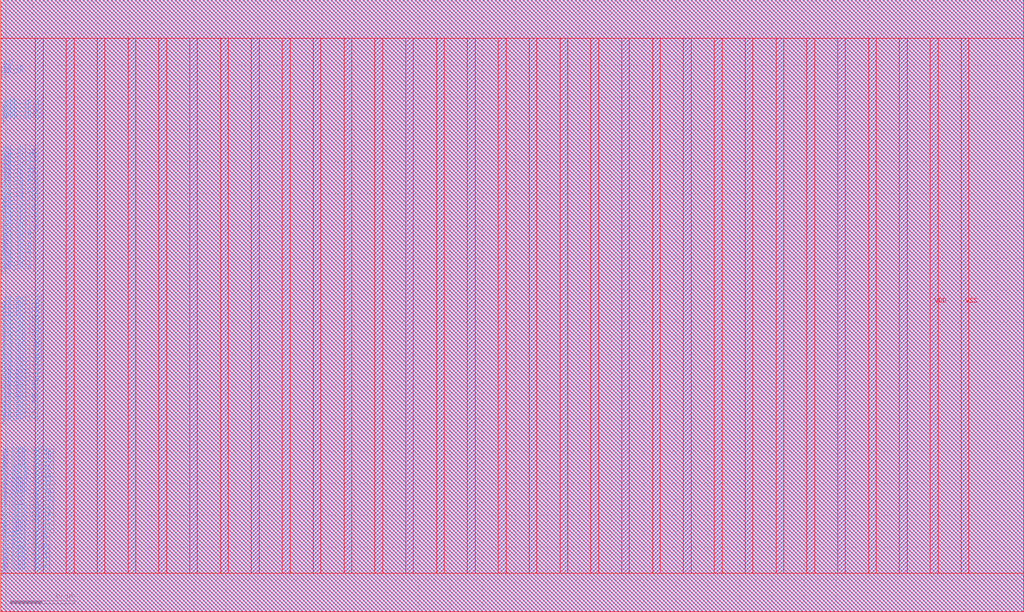
<source format=lef>
VERSION 5.7 ;
BUSBITCHARS "[]" ;
MACRO fakeram130_32x32
  FOREIGN fakeram130_32x32 0 0 ;
  SYMMETRY X Y R90 ;
  SIZE 159.160 BY 95.200 ;
  CLASS BLOCK ;
  PIN w_mask_in[0]
    DIRECTION INPUT ;
    USE SIGNAL ;
    SHAPE ABUTMENT ;
    PORT
      LAYER met3 ;
      RECT 0.000 5.850 0.800 6.150 ;
    END
  END w_mask_in[0]
  PIN w_mask_in[1]
    DIRECTION INPUT ;
    USE SIGNAL ;
    SHAPE ABUTMENT ;
    PORT
      LAYER met3 ;
      RECT 0.000 6.450 0.800 6.750 ;
    END
  END w_mask_in[1]
  PIN w_mask_in[2]
    DIRECTION INPUT ;
    USE SIGNAL ;
    SHAPE ABUTMENT ;
    PORT
      LAYER met3 ;
      RECT 0.000 7.050 0.800 7.350 ;
    END
  END w_mask_in[2]
  PIN w_mask_in[3]
    DIRECTION INPUT ;
    USE SIGNAL ;
    SHAPE ABUTMENT ;
    PORT
      LAYER met3 ;
      RECT 0.000 7.650 0.800 7.950 ;
    END
  END w_mask_in[3]
  PIN w_mask_in[4]
    DIRECTION INPUT ;
    USE SIGNAL ;
    SHAPE ABUTMENT ;
    PORT
      LAYER met3 ;
      RECT 0.000 8.250 0.800 8.550 ;
    END
  END w_mask_in[4]
  PIN w_mask_in[5]
    DIRECTION INPUT ;
    USE SIGNAL ;
    SHAPE ABUTMENT ;
    PORT
      LAYER met3 ;
      RECT 0.000 8.850 0.800 9.150 ;
    END
  END w_mask_in[5]
  PIN w_mask_in[6]
    DIRECTION INPUT ;
    USE SIGNAL ;
    SHAPE ABUTMENT ;
    PORT
      LAYER met3 ;
      RECT 0.000 9.450 0.800 9.750 ;
    END
  END w_mask_in[6]
  PIN w_mask_in[7]
    DIRECTION INPUT ;
    USE SIGNAL ;
    SHAPE ABUTMENT ;
    PORT
      LAYER met3 ;
      RECT 0.000 10.050 0.800 10.350 ;
    END
  END w_mask_in[7]
  PIN w_mask_in[8]
    DIRECTION INPUT ;
    USE SIGNAL ;
    SHAPE ABUTMENT ;
    PORT
      LAYER met3 ;
      RECT 0.000 10.650 0.800 10.950 ;
    END
  END w_mask_in[8]
  PIN w_mask_in[9]
    DIRECTION INPUT ;
    USE SIGNAL ;
    SHAPE ABUTMENT ;
    PORT
      LAYER met3 ;
      RECT 0.000 11.250 0.800 11.550 ;
    END
  END w_mask_in[9]
  PIN w_mask_in[10]
    DIRECTION INPUT ;
    USE SIGNAL ;
    SHAPE ABUTMENT ;
    PORT
      LAYER met3 ;
      RECT 0.000 11.850 0.800 12.150 ;
    END
  END w_mask_in[10]
  PIN w_mask_in[11]
    DIRECTION INPUT ;
    USE SIGNAL ;
    SHAPE ABUTMENT ;
    PORT
      LAYER met3 ;
      RECT 0.000 12.450 0.800 12.750 ;
    END
  END w_mask_in[11]
  PIN w_mask_in[12]
    DIRECTION INPUT ;
    USE SIGNAL ;
    SHAPE ABUTMENT ;
    PORT
      LAYER met3 ;
      RECT 0.000 13.050 0.800 13.350 ;
    END
  END w_mask_in[12]
  PIN w_mask_in[13]
    DIRECTION INPUT ;
    USE SIGNAL ;
    SHAPE ABUTMENT ;
    PORT
      LAYER met3 ;
      RECT 0.000 13.650 0.800 13.950 ;
    END
  END w_mask_in[13]
  PIN w_mask_in[14]
    DIRECTION INPUT ;
    USE SIGNAL ;
    SHAPE ABUTMENT ;
    PORT
      LAYER met3 ;
      RECT 0.000 14.250 0.800 14.550 ;
    END
  END w_mask_in[14]
  PIN w_mask_in[15]
    DIRECTION INPUT ;
    USE SIGNAL ;
    SHAPE ABUTMENT ;
    PORT
      LAYER met3 ;
      RECT 0.000 14.850 0.800 15.150 ;
    END
  END w_mask_in[15]
  PIN w_mask_in[16]
    DIRECTION INPUT ;
    USE SIGNAL ;
    SHAPE ABUTMENT ;
    PORT
      LAYER met3 ;
      RECT 0.000 15.450 0.800 15.750 ;
    END
  END w_mask_in[16]
  PIN w_mask_in[17]
    DIRECTION INPUT ;
    USE SIGNAL ;
    SHAPE ABUTMENT ;
    PORT
      LAYER met3 ;
      RECT 0.000 16.050 0.800 16.350 ;
    END
  END w_mask_in[17]
  PIN w_mask_in[18]
    DIRECTION INPUT ;
    USE SIGNAL ;
    SHAPE ABUTMENT ;
    PORT
      LAYER met3 ;
      RECT 0.000 16.650 0.800 16.950 ;
    END
  END w_mask_in[18]
  PIN w_mask_in[19]
    DIRECTION INPUT ;
    USE SIGNAL ;
    SHAPE ABUTMENT ;
    PORT
      LAYER met3 ;
      RECT 0.000 17.250 0.800 17.550 ;
    END
  END w_mask_in[19]
  PIN w_mask_in[20]
    DIRECTION INPUT ;
    USE SIGNAL ;
    SHAPE ABUTMENT ;
    PORT
      LAYER met3 ;
      RECT 0.000 17.850 0.800 18.150 ;
    END
  END w_mask_in[20]
  PIN w_mask_in[21]
    DIRECTION INPUT ;
    USE SIGNAL ;
    SHAPE ABUTMENT ;
    PORT
      LAYER met3 ;
      RECT 0.000 18.450 0.800 18.750 ;
    END
  END w_mask_in[21]
  PIN w_mask_in[22]
    DIRECTION INPUT ;
    USE SIGNAL ;
    SHAPE ABUTMENT ;
    PORT
      LAYER met3 ;
      RECT 0.000 19.050 0.800 19.350 ;
    END
  END w_mask_in[22]
  PIN w_mask_in[23]
    DIRECTION INPUT ;
    USE SIGNAL ;
    SHAPE ABUTMENT ;
    PORT
      LAYER met3 ;
      RECT 0.000 19.650 0.800 19.950 ;
    END
  END w_mask_in[23]
  PIN w_mask_in[24]
    DIRECTION INPUT ;
    USE SIGNAL ;
    SHAPE ABUTMENT ;
    PORT
      LAYER met3 ;
      RECT 0.000 20.250 0.800 20.550 ;
    END
  END w_mask_in[24]
  PIN w_mask_in[25]
    DIRECTION INPUT ;
    USE SIGNAL ;
    SHAPE ABUTMENT ;
    PORT
      LAYER met3 ;
      RECT 0.000 20.850 0.800 21.150 ;
    END
  END w_mask_in[25]
  PIN w_mask_in[26]
    DIRECTION INPUT ;
    USE SIGNAL ;
    SHAPE ABUTMENT ;
    PORT
      LAYER met3 ;
      RECT 0.000 21.450 0.800 21.750 ;
    END
  END w_mask_in[26]
  PIN w_mask_in[27]
    DIRECTION INPUT ;
    USE SIGNAL ;
    SHAPE ABUTMENT ;
    PORT
      LAYER met3 ;
      RECT 0.000 22.050 0.800 22.350 ;
    END
  END w_mask_in[27]
  PIN w_mask_in[28]
    DIRECTION INPUT ;
    USE SIGNAL ;
    SHAPE ABUTMENT ;
    PORT
      LAYER met3 ;
      RECT 0.000 22.650 0.800 22.950 ;
    END
  END w_mask_in[28]
  PIN w_mask_in[29]
    DIRECTION INPUT ;
    USE SIGNAL ;
    SHAPE ABUTMENT ;
    PORT
      LAYER met3 ;
      RECT 0.000 23.250 0.800 23.550 ;
    END
  END w_mask_in[29]
  PIN w_mask_in[30]
    DIRECTION INPUT ;
    USE SIGNAL ;
    SHAPE ABUTMENT ;
    PORT
      LAYER met3 ;
      RECT 0.000 23.850 0.800 24.150 ;
    END
  END w_mask_in[30]
  PIN w_mask_in[31]
    DIRECTION INPUT ;
    USE SIGNAL ;
    SHAPE ABUTMENT ;
    PORT
      LAYER met3 ;
      RECT 0.000 24.450 0.800 24.750 ;
    END
  END w_mask_in[31]
  PIN rd_out[0]
    DIRECTION OUTPUT ;
    USE SIGNAL ;
    SHAPE ABUTMENT ;
    PORT
      LAYER met3 ;
      RECT 0.000 29.250 0.800 29.550 ;
    END
  END rd_out[0]
  PIN rd_out[1]
    DIRECTION OUTPUT ;
    USE SIGNAL ;
    SHAPE ABUTMENT ;
    PORT
      LAYER met3 ;
      RECT 0.000 29.850 0.800 30.150 ;
    END
  END rd_out[1]
  PIN rd_out[2]
    DIRECTION OUTPUT ;
    USE SIGNAL ;
    SHAPE ABUTMENT ;
    PORT
      LAYER met3 ;
      RECT 0.000 30.450 0.800 30.750 ;
    END
  END rd_out[2]
  PIN rd_out[3]
    DIRECTION OUTPUT ;
    USE SIGNAL ;
    SHAPE ABUTMENT ;
    PORT
      LAYER met3 ;
      RECT 0.000 31.050 0.800 31.350 ;
    END
  END rd_out[3]
  PIN rd_out[4]
    DIRECTION OUTPUT ;
    USE SIGNAL ;
    SHAPE ABUTMENT ;
    PORT
      LAYER met3 ;
      RECT 0.000 31.650 0.800 31.950 ;
    END
  END rd_out[4]
  PIN rd_out[5]
    DIRECTION OUTPUT ;
    USE SIGNAL ;
    SHAPE ABUTMENT ;
    PORT
      LAYER met3 ;
      RECT 0.000 32.250 0.800 32.550 ;
    END
  END rd_out[5]
  PIN rd_out[6]
    DIRECTION OUTPUT ;
    USE SIGNAL ;
    SHAPE ABUTMENT ;
    PORT
      LAYER met3 ;
      RECT 0.000 32.850 0.800 33.150 ;
    END
  END rd_out[6]
  PIN rd_out[7]
    DIRECTION OUTPUT ;
    USE SIGNAL ;
    SHAPE ABUTMENT ;
    PORT
      LAYER met3 ;
      RECT 0.000 33.450 0.800 33.750 ;
    END
  END rd_out[7]
  PIN rd_out[8]
    DIRECTION OUTPUT ;
    USE SIGNAL ;
    SHAPE ABUTMENT ;
    PORT
      LAYER met3 ;
      RECT 0.000 34.050 0.800 34.350 ;
    END
  END rd_out[8]
  PIN rd_out[9]
    DIRECTION OUTPUT ;
    USE SIGNAL ;
    SHAPE ABUTMENT ;
    PORT
      LAYER met3 ;
      RECT 0.000 34.650 0.800 34.950 ;
    END
  END rd_out[9]
  PIN rd_out[10]
    DIRECTION OUTPUT ;
    USE SIGNAL ;
    SHAPE ABUTMENT ;
    PORT
      LAYER met3 ;
      RECT 0.000 35.250 0.800 35.550 ;
    END
  END rd_out[10]
  PIN rd_out[11]
    DIRECTION OUTPUT ;
    USE SIGNAL ;
    SHAPE ABUTMENT ;
    PORT
      LAYER met3 ;
      RECT 0.000 35.850 0.800 36.150 ;
    END
  END rd_out[11]
  PIN rd_out[12]
    DIRECTION OUTPUT ;
    USE SIGNAL ;
    SHAPE ABUTMENT ;
    PORT
      LAYER met3 ;
      RECT 0.000 36.450 0.800 36.750 ;
    END
  END rd_out[12]
  PIN rd_out[13]
    DIRECTION OUTPUT ;
    USE SIGNAL ;
    SHAPE ABUTMENT ;
    PORT
      LAYER met3 ;
      RECT 0.000 37.050 0.800 37.350 ;
    END
  END rd_out[13]
  PIN rd_out[14]
    DIRECTION OUTPUT ;
    USE SIGNAL ;
    SHAPE ABUTMENT ;
    PORT
      LAYER met3 ;
      RECT 0.000 37.650 0.800 37.950 ;
    END
  END rd_out[14]
  PIN rd_out[15]
    DIRECTION OUTPUT ;
    USE SIGNAL ;
    SHAPE ABUTMENT ;
    PORT
      LAYER met3 ;
      RECT 0.000 38.250 0.800 38.550 ;
    END
  END rd_out[15]
  PIN rd_out[16]
    DIRECTION OUTPUT ;
    USE SIGNAL ;
    SHAPE ABUTMENT ;
    PORT
      LAYER met3 ;
      RECT 0.000 38.850 0.800 39.150 ;
    END
  END rd_out[16]
  PIN rd_out[17]
    DIRECTION OUTPUT ;
    USE SIGNAL ;
    SHAPE ABUTMENT ;
    PORT
      LAYER met3 ;
      RECT 0.000 39.450 0.800 39.750 ;
    END
  END rd_out[17]
  PIN rd_out[18]
    DIRECTION OUTPUT ;
    USE SIGNAL ;
    SHAPE ABUTMENT ;
    PORT
      LAYER met3 ;
      RECT 0.000 40.050 0.800 40.350 ;
    END
  END rd_out[18]
  PIN rd_out[19]
    DIRECTION OUTPUT ;
    USE SIGNAL ;
    SHAPE ABUTMENT ;
    PORT
      LAYER met3 ;
      RECT 0.000 40.650 0.800 40.950 ;
    END
  END rd_out[19]
  PIN rd_out[20]
    DIRECTION OUTPUT ;
    USE SIGNAL ;
    SHAPE ABUTMENT ;
    PORT
      LAYER met3 ;
      RECT 0.000 41.250 0.800 41.550 ;
    END
  END rd_out[20]
  PIN rd_out[21]
    DIRECTION OUTPUT ;
    USE SIGNAL ;
    SHAPE ABUTMENT ;
    PORT
      LAYER met3 ;
      RECT 0.000 41.850 0.800 42.150 ;
    END
  END rd_out[21]
  PIN rd_out[22]
    DIRECTION OUTPUT ;
    USE SIGNAL ;
    SHAPE ABUTMENT ;
    PORT
      LAYER met3 ;
      RECT 0.000 42.450 0.800 42.750 ;
    END
  END rd_out[22]
  PIN rd_out[23]
    DIRECTION OUTPUT ;
    USE SIGNAL ;
    SHAPE ABUTMENT ;
    PORT
      LAYER met3 ;
      RECT 0.000 43.050 0.800 43.350 ;
    END
  END rd_out[23]
  PIN rd_out[24]
    DIRECTION OUTPUT ;
    USE SIGNAL ;
    SHAPE ABUTMENT ;
    PORT
      LAYER met3 ;
      RECT 0.000 43.650 0.800 43.950 ;
    END
  END rd_out[24]
  PIN rd_out[25]
    DIRECTION OUTPUT ;
    USE SIGNAL ;
    SHAPE ABUTMENT ;
    PORT
      LAYER met3 ;
      RECT 0.000 44.250 0.800 44.550 ;
    END
  END rd_out[25]
  PIN rd_out[26]
    DIRECTION OUTPUT ;
    USE SIGNAL ;
    SHAPE ABUTMENT ;
    PORT
      LAYER met3 ;
      RECT 0.000 44.850 0.800 45.150 ;
    END
  END rd_out[26]
  PIN rd_out[27]
    DIRECTION OUTPUT ;
    USE SIGNAL ;
    SHAPE ABUTMENT ;
    PORT
      LAYER met3 ;
      RECT 0.000 45.450 0.800 45.750 ;
    END
  END rd_out[27]
  PIN rd_out[28]
    DIRECTION OUTPUT ;
    USE SIGNAL ;
    SHAPE ABUTMENT ;
    PORT
      LAYER met3 ;
      RECT 0.000 46.050 0.800 46.350 ;
    END
  END rd_out[28]
  PIN rd_out[29]
    DIRECTION OUTPUT ;
    USE SIGNAL ;
    SHAPE ABUTMENT ;
    PORT
      LAYER met3 ;
      RECT 0.000 46.650 0.800 46.950 ;
    END
  END rd_out[29]
  PIN rd_out[30]
    DIRECTION OUTPUT ;
    USE SIGNAL ;
    SHAPE ABUTMENT ;
    PORT
      LAYER met3 ;
      RECT 0.000 47.250 0.800 47.550 ;
    END
  END rd_out[30]
  PIN rd_out[31]
    DIRECTION OUTPUT ;
    USE SIGNAL ;
    SHAPE ABUTMENT ;
    PORT
      LAYER met3 ;
      RECT 0.000 47.850 0.800 48.150 ;
    END
  END rd_out[31]
  PIN wd_in[0]
    DIRECTION INPUT ;
    USE SIGNAL ;
    SHAPE ABUTMENT ;
    PORT
      LAYER met3 ;
      RECT 0.000 52.650 0.800 52.950 ;
    END
  END wd_in[0]
  PIN wd_in[1]
    DIRECTION INPUT ;
    USE SIGNAL ;
    SHAPE ABUTMENT ;
    PORT
      LAYER met3 ;
      RECT 0.000 53.250 0.800 53.550 ;
    END
  END wd_in[1]
  PIN wd_in[2]
    DIRECTION INPUT ;
    USE SIGNAL ;
    SHAPE ABUTMENT ;
    PORT
      LAYER met3 ;
      RECT 0.000 53.850 0.800 54.150 ;
    END
  END wd_in[2]
  PIN wd_in[3]
    DIRECTION INPUT ;
    USE SIGNAL ;
    SHAPE ABUTMENT ;
    PORT
      LAYER met3 ;
      RECT 0.000 54.450 0.800 54.750 ;
    END
  END wd_in[3]
  PIN wd_in[4]
    DIRECTION INPUT ;
    USE SIGNAL ;
    SHAPE ABUTMENT ;
    PORT
      LAYER met3 ;
      RECT 0.000 55.050 0.800 55.350 ;
    END
  END wd_in[4]
  PIN wd_in[5]
    DIRECTION INPUT ;
    USE SIGNAL ;
    SHAPE ABUTMENT ;
    PORT
      LAYER met3 ;
      RECT 0.000 55.650 0.800 55.950 ;
    END
  END wd_in[5]
  PIN wd_in[6]
    DIRECTION INPUT ;
    USE SIGNAL ;
    SHAPE ABUTMENT ;
    PORT
      LAYER met3 ;
      RECT 0.000 56.250 0.800 56.550 ;
    END
  END wd_in[6]
  PIN wd_in[7]
    DIRECTION INPUT ;
    USE SIGNAL ;
    SHAPE ABUTMENT ;
    PORT
      LAYER met3 ;
      RECT 0.000 56.850 0.800 57.150 ;
    END
  END wd_in[7]
  PIN wd_in[8]
    DIRECTION INPUT ;
    USE SIGNAL ;
    SHAPE ABUTMENT ;
    PORT
      LAYER met3 ;
      RECT 0.000 57.450 0.800 57.750 ;
    END
  END wd_in[8]
  PIN wd_in[9]
    DIRECTION INPUT ;
    USE SIGNAL ;
    SHAPE ABUTMENT ;
    PORT
      LAYER met3 ;
      RECT 0.000 58.050 0.800 58.350 ;
    END
  END wd_in[9]
  PIN wd_in[10]
    DIRECTION INPUT ;
    USE SIGNAL ;
    SHAPE ABUTMENT ;
    PORT
      LAYER met3 ;
      RECT 0.000 58.650 0.800 58.950 ;
    END
  END wd_in[10]
  PIN wd_in[11]
    DIRECTION INPUT ;
    USE SIGNAL ;
    SHAPE ABUTMENT ;
    PORT
      LAYER met3 ;
      RECT 0.000 59.250 0.800 59.550 ;
    END
  END wd_in[11]
  PIN wd_in[12]
    DIRECTION INPUT ;
    USE SIGNAL ;
    SHAPE ABUTMENT ;
    PORT
      LAYER met3 ;
      RECT 0.000 59.850 0.800 60.150 ;
    END
  END wd_in[12]
  PIN wd_in[13]
    DIRECTION INPUT ;
    USE SIGNAL ;
    SHAPE ABUTMENT ;
    PORT
      LAYER met3 ;
      RECT 0.000 60.450 0.800 60.750 ;
    END
  END wd_in[13]
  PIN wd_in[14]
    DIRECTION INPUT ;
    USE SIGNAL ;
    SHAPE ABUTMENT ;
    PORT
      LAYER met3 ;
      RECT 0.000 61.050 0.800 61.350 ;
    END
  END wd_in[14]
  PIN wd_in[15]
    DIRECTION INPUT ;
    USE SIGNAL ;
    SHAPE ABUTMENT ;
    PORT
      LAYER met3 ;
      RECT 0.000 61.650 0.800 61.950 ;
    END
  END wd_in[15]
  PIN wd_in[16]
    DIRECTION INPUT ;
    USE SIGNAL ;
    SHAPE ABUTMENT ;
    PORT
      LAYER met3 ;
      RECT 0.000 62.250 0.800 62.550 ;
    END
  END wd_in[16]
  PIN wd_in[17]
    DIRECTION INPUT ;
    USE SIGNAL ;
    SHAPE ABUTMENT ;
    PORT
      LAYER met3 ;
      RECT 0.000 62.850 0.800 63.150 ;
    END
  END wd_in[17]
  PIN wd_in[18]
    DIRECTION INPUT ;
    USE SIGNAL ;
    SHAPE ABUTMENT ;
    PORT
      LAYER met3 ;
      RECT 0.000 63.450 0.800 63.750 ;
    END
  END wd_in[18]
  PIN wd_in[19]
    DIRECTION INPUT ;
    USE SIGNAL ;
    SHAPE ABUTMENT ;
    PORT
      LAYER met3 ;
      RECT 0.000 64.050 0.800 64.350 ;
    END
  END wd_in[19]
  PIN wd_in[20]
    DIRECTION INPUT ;
    USE SIGNAL ;
    SHAPE ABUTMENT ;
    PORT
      LAYER met3 ;
      RECT 0.000 64.650 0.800 64.950 ;
    END
  END wd_in[20]
  PIN wd_in[21]
    DIRECTION INPUT ;
    USE SIGNAL ;
    SHAPE ABUTMENT ;
    PORT
      LAYER met3 ;
      RECT 0.000 65.250 0.800 65.550 ;
    END
  END wd_in[21]
  PIN wd_in[22]
    DIRECTION INPUT ;
    USE SIGNAL ;
    SHAPE ABUTMENT ;
    PORT
      LAYER met3 ;
      RECT 0.000 65.850 0.800 66.150 ;
    END
  END wd_in[22]
  PIN wd_in[23]
    DIRECTION INPUT ;
    USE SIGNAL ;
    SHAPE ABUTMENT ;
    PORT
      LAYER met3 ;
      RECT 0.000 66.450 0.800 66.750 ;
    END
  END wd_in[23]
  PIN wd_in[24]
    DIRECTION INPUT ;
    USE SIGNAL ;
    SHAPE ABUTMENT ;
    PORT
      LAYER met3 ;
      RECT 0.000 67.050 0.800 67.350 ;
    END
  END wd_in[24]
  PIN wd_in[25]
    DIRECTION INPUT ;
    USE SIGNAL ;
    SHAPE ABUTMENT ;
    PORT
      LAYER met3 ;
      RECT 0.000 67.650 0.800 67.950 ;
    END
  END wd_in[25]
  PIN wd_in[26]
    DIRECTION INPUT ;
    USE SIGNAL ;
    SHAPE ABUTMENT ;
    PORT
      LAYER met3 ;
      RECT 0.000 68.250 0.800 68.550 ;
    END
  END wd_in[26]
  PIN wd_in[27]
    DIRECTION INPUT ;
    USE SIGNAL ;
    SHAPE ABUTMENT ;
    PORT
      LAYER met3 ;
      RECT 0.000 68.850 0.800 69.150 ;
    END
  END wd_in[27]
  PIN wd_in[28]
    DIRECTION INPUT ;
    USE SIGNAL ;
    SHAPE ABUTMENT ;
    PORT
      LAYER met3 ;
      RECT 0.000 69.450 0.800 69.750 ;
    END
  END wd_in[28]
  PIN wd_in[29]
    DIRECTION INPUT ;
    USE SIGNAL ;
    SHAPE ABUTMENT ;
    PORT
      LAYER met3 ;
      RECT 0.000 70.050 0.800 70.350 ;
    END
  END wd_in[29]
  PIN wd_in[30]
    DIRECTION INPUT ;
    USE SIGNAL ;
    SHAPE ABUTMENT ;
    PORT
      LAYER met3 ;
      RECT 0.000 70.650 0.800 70.950 ;
    END
  END wd_in[30]
  PIN wd_in[31]
    DIRECTION INPUT ;
    USE SIGNAL ;
    SHAPE ABUTMENT ;
    PORT
      LAYER met3 ;
      RECT 0.000 71.250 0.800 71.550 ;
    END
  END wd_in[31]
  PIN addr_in[0]
    DIRECTION INPUT ;
    USE SIGNAL ;
    SHAPE ABUTMENT ;
    PORT
      LAYER met3 ;
      RECT 0.000 76.050 0.800 76.350 ;
    END
  END addr_in[0]
  PIN addr_in[1]
    DIRECTION INPUT ;
    USE SIGNAL ;
    SHAPE ABUTMENT ;
    PORT
      LAYER met3 ;
      RECT 0.000 76.650 0.800 76.950 ;
    END
  END addr_in[1]
  PIN addr_in[2]
    DIRECTION INPUT ;
    USE SIGNAL ;
    SHAPE ABUTMENT ;
    PORT
      LAYER met3 ;
      RECT 0.000 77.250 0.800 77.550 ;
    END
  END addr_in[2]
  PIN addr_in[3]
    DIRECTION INPUT ;
    USE SIGNAL ;
    SHAPE ABUTMENT ;
    PORT
      LAYER met3 ;
      RECT 0.000 77.850 0.800 78.150 ;
    END
  END addr_in[3]
  PIN addr_in[4]
    DIRECTION INPUT ;
    USE SIGNAL ;
    SHAPE ABUTMENT ;
    PORT
      LAYER met3 ;
      RECT 0.000 78.450 0.800 78.750 ;
    END
  END addr_in[4]
  PIN we_in
    DIRECTION INPUT ;
    USE SIGNAL ;
    SHAPE ABUTMENT ;
    PORT
      LAYER met3 ;
      RECT 0.000 83.250 0.800 83.550 ;
    END
  END we_in
  PIN ce_in
    DIRECTION INPUT ;
    USE SIGNAL ;
    SHAPE ABUTMENT ;
    PORT
      LAYER met3 ;
      RECT 0.000 83.850 0.800 84.150 ;
    END
  END ce_in
  PIN clk
    DIRECTION INPUT ;
    USE SIGNAL ;
    SHAPE ABUTMENT ;
    PORT
      LAYER met3 ;
      RECT 0.000 84.450 0.800 84.750 ;
    END
  END clk
  PIN VSS
    DIRECTION INOUT ;
    USE GROUND ;
    PORT
      LAYER met4 ;
      RECT 5.400 6.000 6.600 89.200 ;
      RECT 15.000 6.000 16.200 89.200 ;
      RECT 24.600 6.000 25.800 89.200 ;
      RECT 34.200 6.000 35.400 89.200 ;
      RECT 43.800 6.000 45.000 89.200 ;
      RECT 53.400 6.000 54.600 89.200 ;
      RECT 63.000 6.000 64.200 89.200 ;
      RECT 72.600 6.000 73.800 89.200 ;
      RECT 82.200 6.000 83.400 89.200 ;
      RECT 91.800 6.000 93.000 89.200 ;
      RECT 101.400 6.000 102.600 89.200 ;
      RECT 111.000 6.000 112.200 89.200 ;
      RECT 120.600 6.000 121.800 89.200 ;
      RECT 130.200 6.000 131.400 89.200 ;
      RECT 139.800 6.000 141.000 89.200 ;
      RECT 149.400 6.000 150.600 89.200 ;
    END
  END VSS
  PIN VDD
    DIRECTION INOUT ;
    USE POWER ;
    PORT
      LAYER met4 ;
      RECT 10.200 6.000 11.400 89.200 ;
      RECT 19.800 6.000 21.000 89.200 ;
      RECT 29.400 6.000 30.600 89.200 ;
      RECT 39.000 6.000 40.200 89.200 ;
      RECT 48.600 6.000 49.800 89.200 ;
      RECT 58.200 6.000 59.400 89.200 ;
      RECT 67.800 6.000 69.000 89.200 ;
      RECT 77.400 6.000 78.600 89.200 ;
      RECT 87.000 6.000 88.200 89.200 ;
      RECT 96.600 6.000 97.800 89.200 ;
      RECT 106.200 6.000 107.400 89.200 ;
      RECT 115.800 6.000 117.000 89.200 ;
      RECT 125.400 6.000 126.600 89.200 ;
      RECT 135.000 6.000 136.200 89.200 ;
      RECT 144.600 6.000 145.800 89.200 ;
    END
  END VDD
  OBS
    LAYER met1 ;
    RECT 0 0 159.160 95.200 ;
    LAYER met2 ;
    RECT 0 0 159.160 95.200 ;
    LAYER met3 ;
    RECT 0.800 0 159.160 95.200 ;
    RECT 0 0.000 0.800 5.850 ;
    RECT 0 6.150 0.800 6.450 ;
    RECT 0 6.750 0.800 7.050 ;
    RECT 0 7.350 0.800 7.650 ;
    RECT 0 7.950 0.800 8.250 ;
    RECT 0 8.550 0.800 8.850 ;
    RECT 0 9.150 0.800 9.450 ;
    RECT 0 9.750 0.800 10.050 ;
    RECT 0 10.350 0.800 10.650 ;
    RECT 0 10.950 0.800 11.250 ;
    RECT 0 11.550 0.800 11.850 ;
    RECT 0 12.150 0.800 12.450 ;
    RECT 0 12.750 0.800 13.050 ;
    RECT 0 13.350 0.800 13.650 ;
    RECT 0 13.950 0.800 14.250 ;
    RECT 0 14.550 0.800 14.850 ;
    RECT 0 15.150 0.800 15.450 ;
    RECT 0 15.750 0.800 16.050 ;
    RECT 0 16.350 0.800 16.650 ;
    RECT 0 16.950 0.800 17.250 ;
    RECT 0 17.550 0.800 17.850 ;
    RECT 0 18.150 0.800 18.450 ;
    RECT 0 18.750 0.800 19.050 ;
    RECT 0 19.350 0.800 19.650 ;
    RECT 0 19.950 0.800 20.250 ;
    RECT 0 20.550 0.800 20.850 ;
    RECT 0 21.150 0.800 21.450 ;
    RECT 0 21.750 0.800 22.050 ;
    RECT 0 22.350 0.800 22.650 ;
    RECT 0 22.950 0.800 23.250 ;
    RECT 0 23.550 0.800 23.850 ;
    RECT 0 24.150 0.800 24.450 ;
    RECT 0 24.750 0.800 29.250 ;
    RECT 0 29.550 0.800 29.850 ;
    RECT 0 30.150 0.800 30.450 ;
    RECT 0 30.750 0.800 31.050 ;
    RECT 0 31.350 0.800 31.650 ;
    RECT 0 31.950 0.800 32.250 ;
    RECT 0 32.550 0.800 32.850 ;
    RECT 0 33.150 0.800 33.450 ;
    RECT 0 33.750 0.800 34.050 ;
    RECT 0 34.350 0.800 34.650 ;
    RECT 0 34.950 0.800 35.250 ;
    RECT 0 35.550 0.800 35.850 ;
    RECT 0 36.150 0.800 36.450 ;
    RECT 0 36.750 0.800 37.050 ;
    RECT 0 37.350 0.800 37.650 ;
    RECT 0 37.950 0.800 38.250 ;
    RECT 0 38.550 0.800 38.850 ;
    RECT 0 39.150 0.800 39.450 ;
    RECT 0 39.750 0.800 40.050 ;
    RECT 0 40.350 0.800 40.650 ;
    RECT 0 40.950 0.800 41.250 ;
    RECT 0 41.550 0.800 41.850 ;
    RECT 0 42.150 0.800 42.450 ;
    RECT 0 42.750 0.800 43.050 ;
    RECT 0 43.350 0.800 43.650 ;
    RECT 0 43.950 0.800 44.250 ;
    RECT 0 44.550 0.800 44.850 ;
    RECT 0 45.150 0.800 45.450 ;
    RECT 0 45.750 0.800 46.050 ;
    RECT 0 46.350 0.800 46.650 ;
    RECT 0 46.950 0.800 47.250 ;
    RECT 0 47.550 0.800 47.850 ;
    RECT 0 48.150 0.800 52.650 ;
    RECT 0 52.950 0.800 53.250 ;
    RECT 0 53.550 0.800 53.850 ;
    RECT 0 54.150 0.800 54.450 ;
    RECT 0 54.750 0.800 55.050 ;
    RECT 0 55.350 0.800 55.650 ;
    RECT 0 55.950 0.800 56.250 ;
    RECT 0 56.550 0.800 56.850 ;
    RECT 0 57.150 0.800 57.450 ;
    RECT 0 57.750 0.800 58.050 ;
    RECT 0 58.350 0.800 58.650 ;
    RECT 0 58.950 0.800 59.250 ;
    RECT 0 59.550 0.800 59.850 ;
    RECT 0 60.150 0.800 60.450 ;
    RECT 0 60.750 0.800 61.050 ;
    RECT 0 61.350 0.800 61.650 ;
    RECT 0 61.950 0.800 62.250 ;
    RECT 0 62.550 0.800 62.850 ;
    RECT 0 63.150 0.800 63.450 ;
    RECT 0 63.750 0.800 64.050 ;
    RECT 0 64.350 0.800 64.650 ;
    RECT 0 64.950 0.800 65.250 ;
    RECT 0 65.550 0.800 65.850 ;
    RECT 0 66.150 0.800 66.450 ;
    RECT 0 66.750 0.800 67.050 ;
    RECT 0 67.350 0.800 67.650 ;
    RECT 0 67.950 0.800 68.250 ;
    RECT 0 68.550 0.800 68.850 ;
    RECT 0 69.150 0.800 69.450 ;
    RECT 0 69.750 0.800 70.050 ;
    RECT 0 70.350 0.800 70.650 ;
    RECT 0 70.950 0.800 71.250 ;
    RECT 0 71.550 0.800 76.050 ;
    RECT 0 76.350 0.800 76.650 ;
    RECT 0 76.950 0.800 77.250 ;
    RECT 0 77.550 0.800 77.850 ;
    RECT 0 78.150 0.800 78.450 ;
    RECT 0 78.750 0.800 83.250 ;
    RECT 0 83.550 0.800 83.850 ;
    RECT 0 84.150 0.800 84.450 ;
    RECT 0 84.750 0.800 95.200 ;
    LAYER met4 ;
    RECT 0 0 159.160 6.000 ;
    RECT 0 89.200 159.160 95.200 ;
    RECT 0.000 6.000 5.400 89.200 ;
    RECT 6.600 6.000 10.200 89.200 ;
    RECT 11.400 6.000 15.000 89.200 ;
    RECT 16.200 6.000 19.800 89.200 ;
    RECT 21.000 6.000 24.600 89.200 ;
    RECT 25.800 6.000 29.400 89.200 ;
    RECT 30.600 6.000 34.200 89.200 ;
    RECT 35.400 6.000 39.000 89.200 ;
    RECT 40.200 6.000 43.800 89.200 ;
    RECT 45.000 6.000 48.600 89.200 ;
    RECT 49.800 6.000 53.400 89.200 ;
    RECT 54.600 6.000 58.200 89.200 ;
    RECT 59.400 6.000 63.000 89.200 ;
    RECT 64.200 6.000 67.800 89.200 ;
    RECT 69.000 6.000 72.600 89.200 ;
    RECT 73.800 6.000 77.400 89.200 ;
    RECT 78.600 6.000 82.200 89.200 ;
    RECT 83.400 6.000 87.000 89.200 ;
    RECT 88.200 6.000 91.800 89.200 ;
    RECT 93.000 6.000 96.600 89.200 ;
    RECT 97.800 6.000 101.400 89.200 ;
    RECT 102.600 6.000 106.200 89.200 ;
    RECT 107.400 6.000 111.000 89.200 ;
    RECT 112.200 6.000 115.800 89.200 ;
    RECT 117.000 6.000 120.600 89.200 ;
    RECT 121.800 6.000 125.400 89.200 ;
    RECT 126.600 6.000 130.200 89.200 ;
    RECT 131.400 6.000 135.000 89.200 ;
    RECT 136.200 6.000 139.800 89.200 ;
    RECT 141.000 6.000 144.600 89.200 ;
    RECT 145.800 6.000 149.400 89.200 ;
    RECT 150.600 6.000 159.160 89.200 ;
    LAYER OVERLAP ;
    RECT 0 0 159.160 95.200 ;
  END
END fakeram130_32x32

END LIBRARY

</source>
